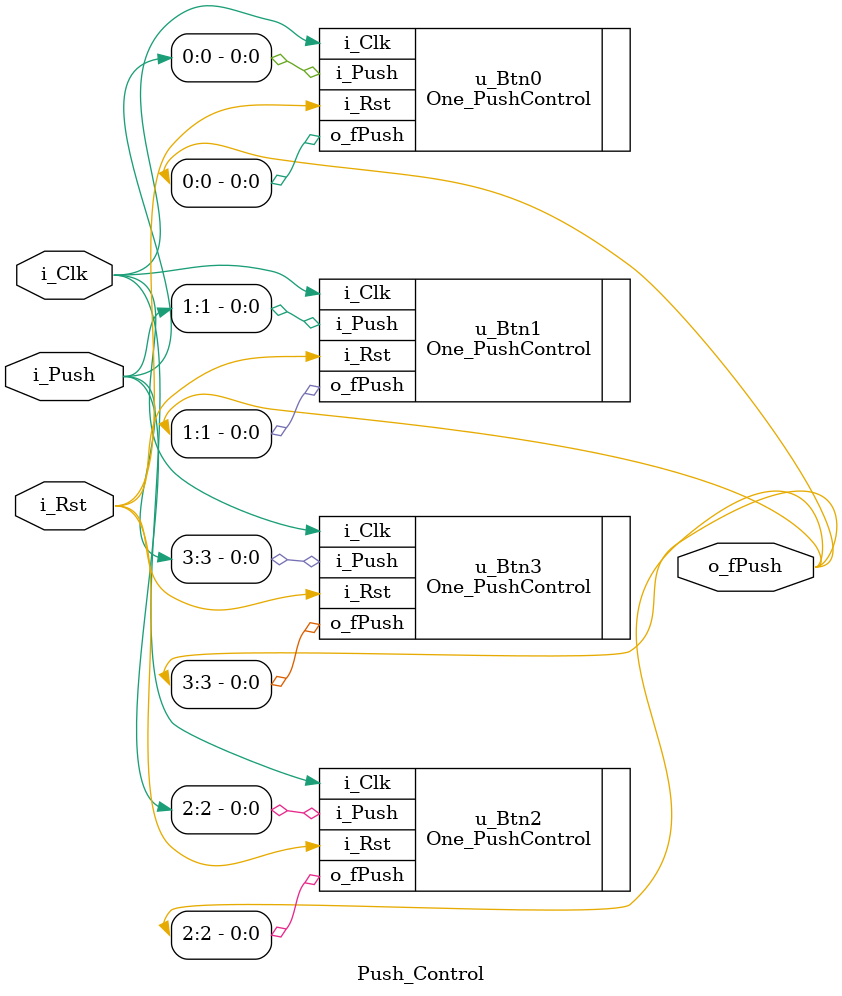
<source format=v>
module Push_Control (
    input  wire       i_Clk,
    input  wire       i_Rst,
    input  wire [3:0] i_Push,    // 4비트 입력
    output wire [3:0] o_fPush    // 4비트 출력
);

    // [버튼 0]
    One_PushControl u_Btn0 (
        .i_Clk(i_Clk), .i_Rst(i_Rst),
        .i_Push(i_Push[0]), .o_fPush(o_fPush[0])
    );

    // [버튼 1]
    One_PushControl u_Btn1 (
        .i_Clk(i_Clk), .i_Rst(i_Rst),
        .i_Push(i_Push[1]), .o_fPush(o_fPush[1])
    );

    One_PushControl u_Btn2 (
        .i_Clk(i_Clk), .i_Rst(i_Rst),
        .i_Push(i_Push[2]), .o_fPush(o_fPush[2])
    );

    One_PushControl u_Btn3 (
        .i_Clk(i_Clk), .i_Rst(i_Rst),
        .i_Push(i_Push[3]), .o_fPush(o_fPush[3])
    );

endmodule
</source>
